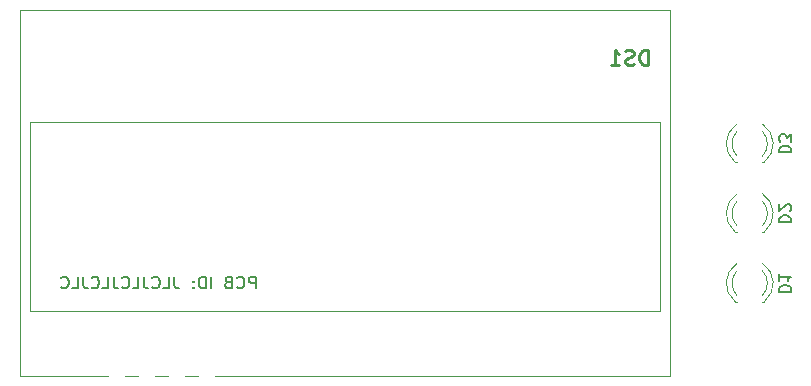
<source format=gbo>
G04 #@! TF.GenerationSoftware,KiCad,Pcbnew,(5.1.10)-1*
G04 #@! TF.CreationDate,2021-10-09T12:44:35+02:00*
G04 #@! TF.ProjectId,AirQualitySensor,41697251-7561-46c6-9974-7953656e736f,rev?*
G04 #@! TF.SameCoordinates,Original*
G04 #@! TF.FileFunction,Legend,Bot*
G04 #@! TF.FilePolarity,Positive*
%FSLAX46Y46*%
G04 Gerber Fmt 4.6, Leading zero omitted, Abs format (unit mm)*
G04 Created by KiCad (PCBNEW (5.1.10)-1) date 2021-10-09 12:44:35*
%MOMM*%
%LPD*%
G01*
G04 APERTURE LIST*
%ADD10C,0.150000*%
%ADD11C,0.120000*%
%ADD12C,0.100000*%
%ADD13C,0.254000*%
%ADD14C,5.000000*%
%ADD15C,1.800000*%
%ADD16R,1.800000X1.800000*%
%ADD17O,1.700000X1.700000*%
%ADD18R,1.700000X1.700000*%
%ADD19C,0.991000*%
%ADD20C,2.374900*%
%ADD21O,2.100000X1.000000*%
%ADD22C,0.650000*%
%ADD23O,1.600000X1.000000*%
%ADD24C,1.524000*%
%ADD25C,1.700000*%
%ADD26C,1.337000*%
%ADD27C,1.200000*%
G04 APERTURE END LIST*
D10*
X135969047Y-109672380D02*
X135969047Y-108672380D01*
X135588095Y-108672380D01*
X135492857Y-108720000D01*
X135445238Y-108767619D01*
X135397619Y-108862857D01*
X135397619Y-109005714D01*
X135445238Y-109100952D01*
X135492857Y-109148571D01*
X135588095Y-109196190D01*
X135969047Y-109196190D01*
X134397619Y-109577142D02*
X134445238Y-109624761D01*
X134588095Y-109672380D01*
X134683333Y-109672380D01*
X134826190Y-109624761D01*
X134921428Y-109529523D01*
X134969047Y-109434285D01*
X135016666Y-109243809D01*
X135016666Y-109100952D01*
X134969047Y-108910476D01*
X134921428Y-108815238D01*
X134826190Y-108720000D01*
X134683333Y-108672380D01*
X134588095Y-108672380D01*
X134445238Y-108720000D01*
X134397619Y-108767619D01*
X133635714Y-109148571D02*
X133492857Y-109196190D01*
X133445238Y-109243809D01*
X133397619Y-109339047D01*
X133397619Y-109481904D01*
X133445238Y-109577142D01*
X133492857Y-109624761D01*
X133588095Y-109672380D01*
X133969047Y-109672380D01*
X133969047Y-108672380D01*
X133635714Y-108672380D01*
X133540476Y-108720000D01*
X133492857Y-108767619D01*
X133445238Y-108862857D01*
X133445238Y-108958095D01*
X133492857Y-109053333D01*
X133540476Y-109100952D01*
X133635714Y-109148571D01*
X133969047Y-109148571D01*
X132207142Y-109672380D02*
X132207142Y-108672380D01*
X131730952Y-109672380D02*
X131730952Y-108672380D01*
X131492857Y-108672380D01*
X131350000Y-108720000D01*
X131254761Y-108815238D01*
X131207142Y-108910476D01*
X131159523Y-109100952D01*
X131159523Y-109243809D01*
X131207142Y-109434285D01*
X131254761Y-109529523D01*
X131350000Y-109624761D01*
X131492857Y-109672380D01*
X131730952Y-109672380D01*
X130730952Y-109577142D02*
X130683333Y-109624761D01*
X130730952Y-109672380D01*
X130778571Y-109624761D01*
X130730952Y-109577142D01*
X130730952Y-109672380D01*
X130730952Y-109053333D02*
X130683333Y-109100952D01*
X130730952Y-109148571D01*
X130778571Y-109100952D01*
X130730952Y-109053333D01*
X130730952Y-109148571D01*
X129079047Y-108672380D02*
X129079047Y-109386666D01*
X129126666Y-109529523D01*
X129221904Y-109624761D01*
X129364761Y-109672380D01*
X129460000Y-109672380D01*
X128126666Y-109672380D02*
X128602857Y-109672380D01*
X128602857Y-108672380D01*
X127221904Y-109577142D02*
X127269523Y-109624761D01*
X127412380Y-109672380D01*
X127507619Y-109672380D01*
X127650476Y-109624761D01*
X127745714Y-109529523D01*
X127793333Y-109434285D01*
X127840952Y-109243809D01*
X127840952Y-109100952D01*
X127793333Y-108910476D01*
X127745714Y-108815238D01*
X127650476Y-108720000D01*
X127507619Y-108672380D01*
X127412380Y-108672380D01*
X127269523Y-108720000D01*
X127221904Y-108767619D01*
X126507619Y-108672380D02*
X126507619Y-109386666D01*
X126555238Y-109529523D01*
X126650476Y-109624761D01*
X126793333Y-109672380D01*
X126888571Y-109672380D01*
X125555238Y-109672380D02*
X126031428Y-109672380D01*
X126031428Y-108672380D01*
X124650476Y-109577142D02*
X124698095Y-109624761D01*
X124840952Y-109672380D01*
X124936190Y-109672380D01*
X125079047Y-109624761D01*
X125174285Y-109529523D01*
X125221904Y-109434285D01*
X125269523Y-109243809D01*
X125269523Y-109100952D01*
X125221904Y-108910476D01*
X125174285Y-108815238D01*
X125079047Y-108720000D01*
X124936190Y-108672380D01*
X124840952Y-108672380D01*
X124698095Y-108720000D01*
X124650476Y-108767619D01*
X123936190Y-108672380D02*
X123936190Y-109386666D01*
X123983809Y-109529523D01*
X124079047Y-109624761D01*
X124221904Y-109672380D01*
X124317142Y-109672380D01*
X122983809Y-109672380D02*
X123460000Y-109672380D01*
X123460000Y-108672380D01*
X122079047Y-109577142D02*
X122126666Y-109624761D01*
X122269523Y-109672380D01*
X122364761Y-109672380D01*
X122507619Y-109624761D01*
X122602857Y-109529523D01*
X122650476Y-109434285D01*
X122698095Y-109243809D01*
X122698095Y-109100952D01*
X122650476Y-108910476D01*
X122602857Y-108815238D01*
X122507619Y-108720000D01*
X122364761Y-108672380D01*
X122269523Y-108672380D01*
X122126666Y-108720000D01*
X122079047Y-108767619D01*
X121364761Y-108672380D02*
X121364761Y-109386666D01*
X121412380Y-109529523D01*
X121507619Y-109624761D01*
X121650476Y-109672380D01*
X121745714Y-109672380D01*
X120412380Y-109672380D02*
X120888571Y-109672380D01*
X120888571Y-108672380D01*
X119507619Y-109577142D02*
X119555238Y-109624761D01*
X119698095Y-109672380D01*
X119793333Y-109672380D01*
X119936190Y-109624761D01*
X120031428Y-109529523D01*
X120079047Y-109434285D01*
X120126666Y-109243809D01*
X120126666Y-109100952D01*
X120079047Y-108910476D01*
X120031428Y-108815238D01*
X119936190Y-108720000D01*
X119793333Y-108672380D01*
X119698095Y-108672380D01*
X119555238Y-108720000D01*
X119507619Y-108767619D01*
D11*
X176720000Y-98980000D02*
X176564000Y-98980000D01*
X179036000Y-98980000D02*
X178880000Y-98980000D01*
X176720163Y-96378870D02*
G75*
G03*
X176720000Y-98460961I1079837J-1041130D01*
G01*
X178879837Y-96378870D02*
G75*
G02*
X178880000Y-98460961I-1079837J-1041130D01*
G01*
X176721392Y-95747665D02*
G75*
G03*
X176564484Y-98980000I1078608J-1672335D01*
G01*
X178878608Y-95747665D02*
G75*
G02*
X179035516Y-98980000I-1078608J-1672335D01*
G01*
X176720000Y-104880000D02*
X176564000Y-104880000D01*
X179036000Y-104880000D02*
X178880000Y-104880000D01*
X176720163Y-102278870D02*
G75*
G03*
X176720000Y-104360961I1079837J-1041130D01*
G01*
X178879837Y-102278870D02*
G75*
G02*
X178880000Y-104360961I-1079837J-1041130D01*
G01*
X176721392Y-101647665D02*
G75*
G03*
X176564484Y-104880000I1078608J-1672335D01*
G01*
X178878608Y-101647665D02*
G75*
G02*
X179035516Y-104880000I-1078608J-1672335D01*
G01*
X176720000Y-110780000D02*
X176564000Y-110780000D01*
X179036000Y-110780000D02*
X178880000Y-110780000D01*
X176720163Y-108178870D02*
G75*
G03*
X176720000Y-110260961I1079837J-1041130D01*
G01*
X178879837Y-108178870D02*
G75*
G02*
X178880000Y-110260961I-1079837J-1041130D01*
G01*
X176721392Y-107547665D02*
G75*
G03*
X176564484Y-110780000I1078608J-1672335D01*
G01*
X178878608Y-107547665D02*
G75*
G02*
X179035516Y-110780000I-1078608J-1672335D01*
G01*
D12*
X171010000Y-117100000D02*
X171010000Y-86100000D01*
X116010000Y-117100000D02*
X171010000Y-117100000D01*
X116010000Y-86100000D02*
X116010000Y-117100000D01*
X171010000Y-86100000D02*
X116010000Y-86100000D01*
D11*
X170180000Y-111570000D02*
X116840000Y-111570000D01*
X116840000Y-111570000D02*
X116840000Y-95570000D01*
X116840000Y-95570000D02*
X170180000Y-95570000D01*
X170180000Y-95570000D02*
X170180000Y-111570000D01*
D10*
X180307619Y-98158095D02*
X181307619Y-98158095D01*
X181307619Y-97920000D01*
X181260000Y-97777142D01*
X181164761Y-97681904D01*
X181069523Y-97634285D01*
X180879047Y-97586666D01*
X180736190Y-97586666D01*
X180545714Y-97634285D01*
X180450476Y-97681904D01*
X180355238Y-97777142D01*
X180307619Y-97920000D01*
X180307619Y-98158095D01*
X181307619Y-97253333D02*
X181307619Y-96634285D01*
X180926666Y-96967619D01*
X180926666Y-96824761D01*
X180879047Y-96729523D01*
X180831428Y-96681904D01*
X180736190Y-96634285D01*
X180498095Y-96634285D01*
X180402857Y-96681904D01*
X180355238Y-96729523D01*
X180307619Y-96824761D01*
X180307619Y-97110476D01*
X180355238Y-97205714D01*
X180402857Y-97253333D01*
X180307619Y-104058095D02*
X181307619Y-104058095D01*
X181307619Y-103820000D01*
X181260000Y-103677142D01*
X181164761Y-103581904D01*
X181069523Y-103534285D01*
X180879047Y-103486666D01*
X180736190Y-103486666D01*
X180545714Y-103534285D01*
X180450476Y-103581904D01*
X180355238Y-103677142D01*
X180307619Y-103820000D01*
X180307619Y-104058095D01*
X181212380Y-103105714D02*
X181260000Y-103058095D01*
X181307619Y-102962857D01*
X181307619Y-102724761D01*
X181260000Y-102629523D01*
X181212380Y-102581904D01*
X181117142Y-102534285D01*
X181021904Y-102534285D01*
X180879047Y-102581904D01*
X180307619Y-103153333D01*
X180307619Y-102534285D01*
X180307619Y-109958095D02*
X181307619Y-109958095D01*
X181307619Y-109720000D01*
X181260000Y-109577142D01*
X181164761Y-109481904D01*
X181069523Y-109434285D01*
X180879047Y-109386666D01*
X180736190Y-109386666D01*
X180545714Y-109434285D01*
X180450476Y-109481904D01*
X180355238Y-109577142D01*
X180307619Y-109720000D01*
X180307619Y-109958095D01*
X180307619Y-108434285D02*
X180307619Y-109005714D01*
X180307619Y-108720000D02*
X181307619Y-108720000D01*
X181164761Y-108815238D01*
X181069523Y-108910476D01*
X181021904Y-109005714D01*
D13*
X169182142Y-90744523D02*
X169182142Y-89474523D01*
X168879761Y-89474523D01*
X168698333Y-89535000D01*
X168577380Y-89655952D01*
X168516904Y-89776904D01*
X168456428Y-90018809D01*
X168456428Y-90200238D01*
X168516904Y-90442142D01*
X168577380Y-90563095D01*
X168698333Y-90684047D01*
X168879761Y-90744523D01*
X169182142Y-90744523D01*
X167972619Y-90684047D02*
X167791190Y-90744523D01*
X167488809Y-90744523D01*
X167367857Y-90684047D01*
X167307380Y-90623571D01*
X167246904Y-90502619D01*
X167246904Y-90381666D01*
X167307380Y-90260714D01*
X167367857Y-90200238D01*
X167488809Y-90139761D01*
X167730714Y-90079285D01*
X167851666Y-90018809D01*
X167912142Y-89958333D01*
X167972619Y-89837380D01*
X167972619Y-89716428D01*
X167912142Y-89595476D01*
X167851666Y-89535000D01*
X167730714Y-89474523D01*
X167428333Y-89474523D01*
X167246904Y-89535000D01*
X166037380Y-90744523D02*
X166763095Y-90744523D01*
X166400238Y-90744523D02*
X166400238Y-89474523D01*
X166521190Y-89655952D01*
X166642142Y-89776904D01*
X166763095Y-89837380D01*
%LPC*%
D14*
X184150000Y-115570000D03*
X176530000Y-88900000D03*
X110490000Y-106680000D03*
D15*
X177800000Y-96150000D03*
D16*
X177800000Y-98690000D03*
D15*
X177800000Y-102050000D03*
D16*
X177800000Y-104590000D03*
D15*
X177800000Y-107950000D03*
D16*
X177800000Y-110490000D03*
D17*
X156972000Y-119888000D03*
X159512000Y-119888000D03*
X162052000Y-119888000D03*
X164592000Y-119888000D03*
X167132000Y-119888000D03*
D18*
X169672000Y-119888000D03*
D19*
X177546000Y-119761000D03*
X176531000Y-114681000D03*
X178561000Y-114681000D03*
D20*
X175006000Y-116586000D03*
X180086000Y-116586000D03*
X180086000Y-119761000D03*
X175006000Y-119761000D03*
D21*
X112096000Y-120144000D03*
X112096000Y-111504000D03*
D22*
X111566000Y-112934000D03*
D23*
X107916000Y-111504000D03*
D22*
X111566000Y-118714000D03*
D23*
X107916000Y-120144000D03*
D24*
X131826000Y-116840000D03*
X129286000Y-116840000D03*
X126746000Y-116840000D03*
X124206000Y-116840000D03*
D25*
X183370000Y-97790000D03*
X183370000Y-100330000D03*
X183370000Y-102870000D03*
X183370000Y-105410000D03*
X153670000Y-105410000D03*
D18*
X153670000Y-97790000D03*
D25*
X153670000Y-100330000D03*
X153670000Y-102870000D03*
X183370000Y-107950000D03*
D26*
X167640000Y-115570000D03*
D27*
X165100000Y-115570000D03*
D26*
X121920000Y-115570000D03*
X119380000Y-115570000D03*
X119380000Y-87630000D03*
X121920000Y-87630000D03*
X124460000Y-87630000D03*
X127000000Y-87630000D03*
X129540000Y-87630000D03*
X132080000Y-87630000D03*
X134620000Y-87630000D03*
X137160000Y-87630000D03*
X139700000Y-87630000D03*
X142240000Y-87630000D03*
X144780000Y-87630000D03*
X147320000Y-87630000D03*
X149860000Y-87630000D03*
X152400000Y-87630000D03*
X154940000Y-87630000D03*
X157480000Y-87630000D03*
X160020000Y-87630000D03*
X162560000Y-87630000D03*
X165100000Y-87630000D03*
X167640000Y-87630000D03*
M02*

</source>
